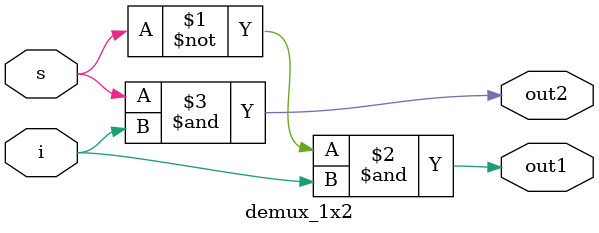
<source format=v>
`timescale 1ns / 1ps
module demux_8x1_instantiation(
    input in,
    input [2:0]s,
    output [7:0]out
    );
	 wire k1,k2,l1,l2,l3,l4;
	 demux_1x2 inst1(in,s[2],k1,k2);
	 demux_1x2 inst2(k1,s[1],l1,l2);
	 demux_1x2 inst3(k2,s[1],l3,l4);
	 demux_1x2 inst4(l1,s[0],out[0],out[1]);
	 demux_1x2 inst5(l2,s[0],out[2],out[3]);
	 demux_1x2 inst6(l3,s[0],out[4],out[5]);
	 demux_1x2 inst7(l4,s[0],out[6],out[7]);
			

endmodule

module demux_1x2(
    input i,
    input s,
    output out1,
    output out2
    );
	 
	 assign out1 = (~s)&i;
	 assign out2 = s&i;


endmodule

</source>
